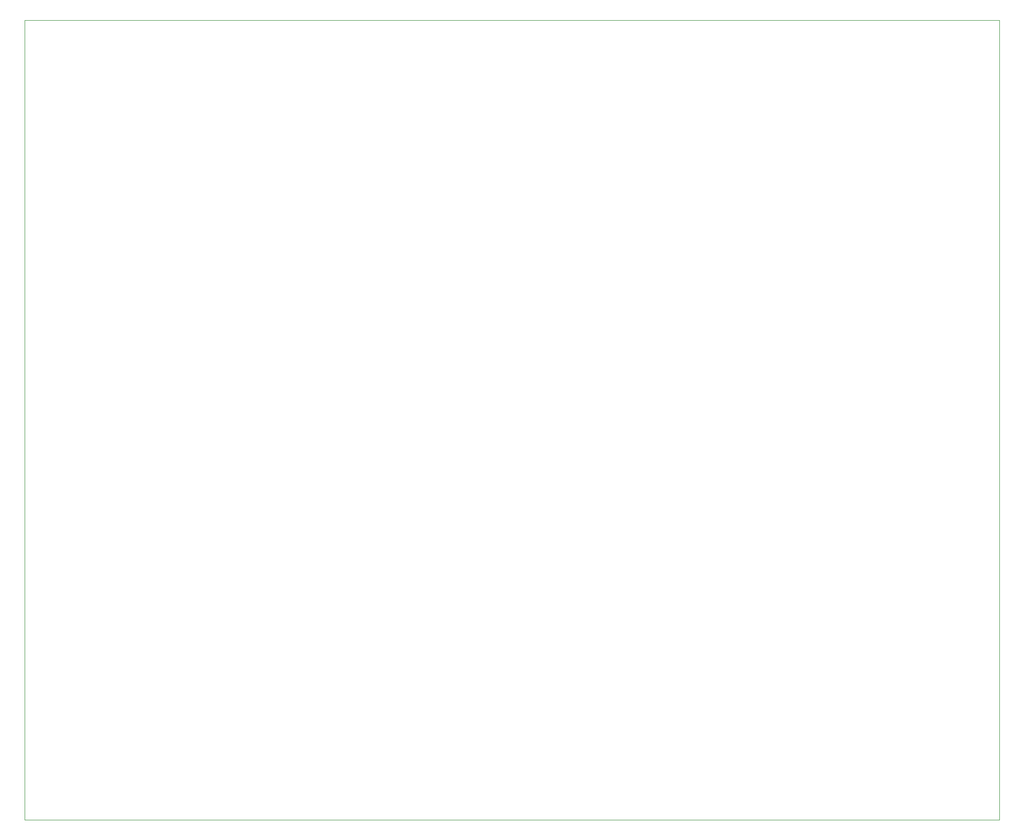
<source format=gbr>
G04 PROTEUS GERBER X2 FILE*
%TF.GenerationSoftware,Labcenter,Proteus,8.16-SP3-Build36097*%
%TF.CreationDate,2024-05-06T12:20:01+00:00*%
%TF.FileFunction,NonPlated,1,2,NPTH*%
%TF.FilePolarity,Positive*%
%TF.Part,Single*%
%TF.SameCoordinates,{807a0646-054e-4b8c-a3a0-1762012dc6c7}*%
%FSLAX45Y45*%
%MOMM*%
G01*
%TA.AperFunction,Profile*%
%ADD21C,0.101600*%
%TD.AperFunction*%
D21*
X-9000000Y-6310400D02*
X+7750000Y-6310400D01*
X+7750000Y+7439600D01*
X-9000000Y+7439600D01*
X-9000000Y-6310400D01*
M02*

</source>
